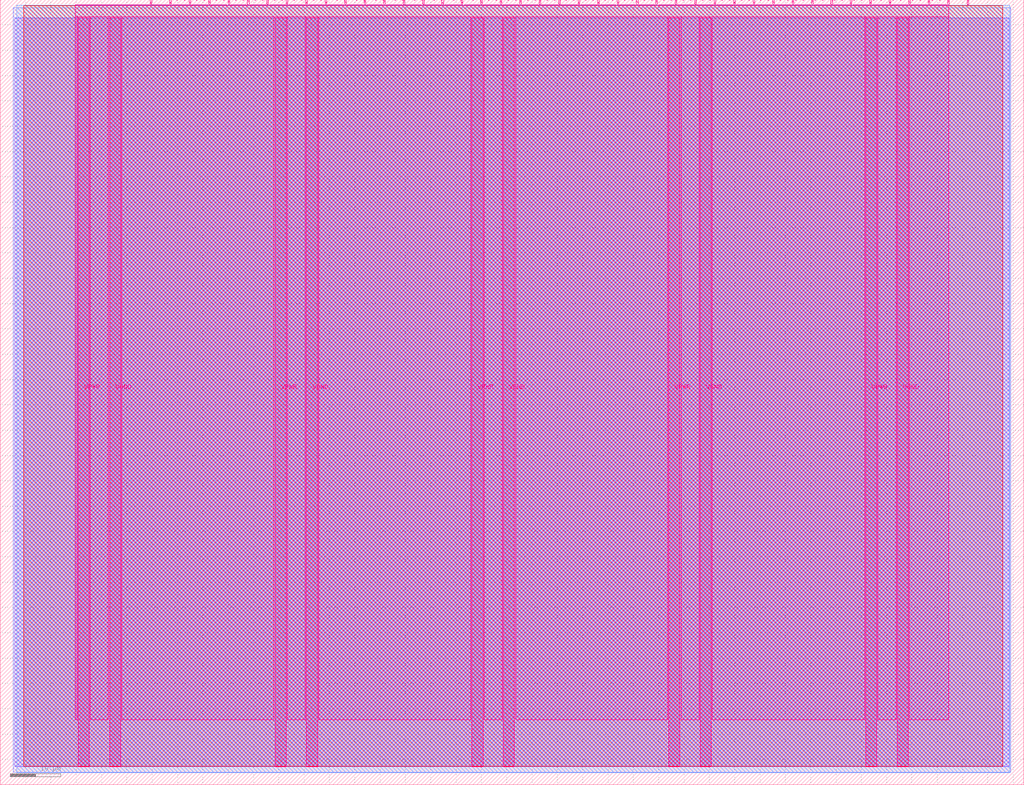
<source format=lef>
VERSION 5.7 ;
  NOWIREEXTENSIONATPIN ON ;
  DIVIDERCHAR "/" ;
  BUSBITCHARS "[]" ;
MACRO tt_um_ece298a_8_bit_cpu_top
  CLASS BLOCK ;
  FOREIGN tt_um_ece298a_8_bit_cpu_top ;
  ORIGIN 0.000 0.000 ;
  SIZE 202.080 BY 154.980 ;
  PIN VGND
    DIRECTION INOUT ;
    USE GROUND ;
    PORT
      LAYER Metal5 ;
        RECT 21.580 3.560 23.780 151.420 ;
    END
    PORT
      LAYER Metal5 ;
        RECT 60.450 3.560 62.650 151.420 ;
    END
    PORT
      LAYER Metal5 ;
        RECT 99.320 3.560 101.520 151.420 ;
    END
    PORT
      LAYER Metal5 ;
        RECT 138.190 3.560 140.390 151.420 ;
    END
    PORT
      LAYER Metal5 ;
        RECT 177.060 3.560 179.260 151.420 ;
    END
  END VGND
  PIN VPWR
    DIRECTION INOUT ;
    USE POWER ;
    PORT
      LAYER Metal5 ;
        RECT 15.380 3.560 17.580 151.420 ;
    END
    PORT
      LAYER Metal5 ;
        RECT 54.250 3.560 56.450 151.420 ;
    END
    PORT
      LAYER Metal5 ;
        RECT 93.120 3.560 95.320 151.420 ;
    END
    PORT
      LAYER Metal5 ;
        RECT 131.990 3.560 134.190 151.420 ;
    END
    PORT
      LAYER Metal5 ;
        RECT 170.860 3.560 173.060 151.420 ;
    END
  END VPWR
  PIN clk
    DIRECTION INPUT ;
    USE SIGNAL ;
    ANTENNAGATEAREA 0.426400 ;
    PORT
      LAYER Metal5 ;
        RECT 187.050 153.980 187.350 154.980 ;
    END
  END clk
  PIN ena
    DIRECTION INPUT ;
    USE SIGNAL ;
    PORT
      LAYER Metal5 ;
        RECT 190.890 153.980 191.190 154.980 ;
    END
  END ena
  PIN rst_n
    DIRECTION INPUT ;
    USE SIGNAL ;
    ANTENNAGATEAREA 0.527800 ;
    PORT
      LAYER Metal5 ;
        RECT 183.210 153.980 183.510 154.980 ;
    END
  END rst_n
  PIN ui_in[0]
    DIRECTION INPUT ;
    USE SIGNAL ;
    ANTENNAGATEAREA 0.180700 ;
    PORT
      LAYER Metal5 ;
        RECT 179.370 153.980 179.670 154.980 ;
    END
  END ui_in[0]
  PIN ui_in[1]
    DIRECTION INPUT ;
    USE SIGNAL ;
    ANTENNAGATEAREA 0.180700 ;
    PORT
      LAYER Metal5 ;
        RECT 175.530 153.980 175.830 154.980 ;
    END
  END ui_in[1]
  PIN ui_in[2]
    DIRECTION INPUT ;
    USE SIGNAL ;
    ANTENNAGATEAREA 0.180700 ;
    PORT
      LAYER Metal5 ;
        RECT 171.690 153.980 171.990 154.980 ;
    END
  END ui_in[2]
  PIN ui_in[3]
    DIRECTION INPUT ;
    USE SIGNAL ;
    ANTENNAGATEAREA 0.180700 ;
    PORT
      LAYER Metal5 ;
        RECT 167.850 153.980 168.150 154.980 ;
    END
  END ui_in[3]
  PIN ui_in[4]
    DIRECTION INPUT ;
    USE SIGNAL ;
    ANTENNAGATEAREA 0.180700 ;
    PORT
      LAYER Metal5 ;
        RECT 164.010 153.980 164.310 154.980 ;
    END
  END ui_in[4]
  PIN ui_in[5]
    DIRECTION INPUT ;
    USE SIGNAL ;
    ANTENNAGATEAREA 0.180700 ;
    PORT
      LAYER Metal5 ;
        RECT 160.170 153.980 160.470 154.980 ;
    END
  END ui_in[5]
  PIN ui_in[6]
    DIRECTION INPUT ;
    USE SIGNAL ;
    ANTENNAGATEAREA 0.180700 ;
    PORT
      LAYER Metal5 ;
        RECT 156.330 153.980 156.630 154.980 ;
    END
  END ui_in[6]
  PIN ui_in[7]
    DIRECTION INPUT ;
    USE SIGNAL ;
    ANTENNAGATEAREA 0.180700 ;
    PORT
      LAYER Metal5 ;
        RECT 152.490 153.980 152.790 154.980 ;
    END
  END ui_in[7]
  PIN uio_in[0]
    DIRECTION INPUT ;
    USE SIGNAL ;
    ANTENNAGATEAREA 0.213200 ;
    PORT
      LAYER Metal5 ;
        RECT 148.650 153.980 148.950 154.980 ;
    END
  END uio_in[0]
  PIN uio_in[1]
    DIRECTION INPUT ;
    USE SIGNAL ;
    PORT
      LAYER Metal5 ;
        RECT 144.810 153.980 145.110 154.980 ;
    END
  END uio_in[1]
  PIN uio_in[2]
    DIRECTION INPUT ;
    USE SIGNAL ;
    PORT
      LAYER Metal5 ;
        RECT 140.970 153.980 141.270 154.980 ;
    END
  END uio_in[2]
  PIN uio_in[3]
    DIRECTION INPUT ;
    USE SIGNAL ;
    PORT
      LAYER Metal5 ;
        RECT 137.130 153.980 137.430 154.980 ;
    END
  END uio_in[3]
  PIN uio_in[4]
    DIRECTION INPUT ;
    USE SIGNAL ;
    PORT
      LAYER Metal5 ;
        RECT 133.290 153.980 133.590 154.980 ;
    END
  END uio_in[4]
  PIN uio_in[5]
    DIRECTION INPUT ;
    USE SIGNAL ;
    PORT
      LAYER Metal5 ;
        RECT 129.450 153.980 129.750 154.980 ;
    END
  END uio_in[5]
  PIN uio_in[6]
    DIRECTION INPUT ;
    USE SIGNAL ;
    PORT
      LAYER Metal5 ;
        RECT 125.610 153.980 125.910 154.980 ;
    END
  END uio_in[6]
  PIN uio_in[7]
    DIRECTION INPUT ;
    USE SIGNAL ;
    PORT
      LAYER Metal5 ;
        RECT 121.770 153.980 122.070 154.980 ;
    END
  END uio_in[7]
  PIN uio_oe[0]
    DIRECTION OUTPUT ;
    USE SIGNAL ;
    ANTENNADIFFAREA 0.299200 ;
    PORT
      LAYER Metal5 ;
        RECT 56.490 153.980 56.790 154.980 ;
    END
  END uio_oe[0]
  PIN uio_oe[1]
    DIRECTION OUTPUT ;
    USE SIGNAL ;
    ANTENNADIFFAREA 0.392700 ;
    PORT
      LAYER Metal5 ;
        RECT 52.650 153.980 52.950 154.980 ;
    END
  END uio_oe[1]
  PIN uio_oe[2]
    DIRECTION OUTPUT ;
    USE SIGNAL ;
    ANTENNADIFFAREA 0.392700 ;
    PORT
      LAYER Metal5 ;
        RECT 48.810 153.980 49.110 154.980 ;
    END
  END uio_oe[2]
  PIN uio_oe[3]
    DIRECTION OUTPUT ;
    USE SIGNAL ;
    ANTENNADIFFAREA 0.392700 ;
    PORT
      LAYER Metal5 ;
        RECT 44.970 153.980 45.270 154.980 ;
    END
  END uio_oe[3]
  PIN uio_oe[4]
    DIRECTION OUTPUT ;
    USE SIGNAL ;
    ANTENNADIFFAREA 0.392700 ;
    PORT
      LAYER Metal5 ;
        RECT 41.130 153.980 41.430 154.980 ;
    END
  END uio_oe[4]
  PIN uio_oe[5]
    DIRECTION OUTPUT ;
    USE SIGNAL ;
    ANTENNADIFFAREA 0.392700 ;
    PORT
      LAYER Metal5 ;
        RECT 37.290 153.980 37.590 154.980 ;
    END
  END uio_oe[5]
  PIN uio_oe[6]
    DIRECTION OUTPUT ;
    USE SIGNAL ;
    ANTENNADIFFAREA 0.299200 ;
    PORT
      LAYER Metal5 ;
        RECT 33.450 153.980 33.750 154.980 ;
    END
  END uio_oe[6]
  PIN uio_oe[7]
    DIRECTION OUTPUT ;
    USE SIGNAL ;
    ANTENNADIFFAREA 0.299200 ;
    PORT
      LAYER Metal5 ;
        RECT 29.610 153.980 29.910 154.980 ;
    END
  END uio_oe[7]
  PIN uio_out[0]
    DIRECTION OUTPUT ;
    USE SIGNAL ;
    ANTENNADIFFAREA 0.299200 ;
    PORT
      LAYER Metal5 ;
        RECT 87.210 153.980 87.510 154.980 ;
    END
  END uio_out[0]
  PIN uio_out[1]
    DIRECTION OUTPUT ;
    USE SIGNAL ;
    ANTENNADIFFAREA 0.654800 ;
    PORT
      LAYER Metal5 ;
        RECT 83.370 153.980 83.670 154.980 ;
    END
  END uio_out[1]
  PIN uio_out[2]
    DIRECTION OUTPUT ;
    USE SIGNAL ;
    ANTENNADIFFAREA 0.654800 ;
    PORT
      LAYER Metal5 ;
        RECT 79.530 153.980 79.830 154.980 ;
    END
  END uio_out[2]
  PIN uio_out[3]
    DIRECTION OUTPUT ;
    USE SIGNAL ;
    ANTENNADIFFAREA 0.654800 ;
    PORT
      LAYER Metal5 ;
        RECT 75.690 153.980 75.990 154.980 ;
    END
  END uio_out[3]
  PIN uio_out[4]
    DIRECTION OUTPUT ;
    USE SIGNAL ;
    ANTENNADIFFAREA 0.654800 ;
    PORT
      LAYER Metal5 ;
        RECT 71.850 153.980 72.150 154.980 ;
    END
  END uio_out[4]
  PIN uio_out[5]
    DIRECTION OUTPUT ;
    USE SIGNAL ;
    ANTENNADIFFAREA 0.654800 ;
    PORT
      LAYER Metal5 ;
        RECT 68.010 153.980 68.310 154.980 ;
    END
  END uio_out[5]
  PIN uio_out[6]
    DIRECTION OUTPUT ;
    USE SIGNAL ;
    ANTENNADIFFAREA 0.299200 ;
    PORT
      LAYER Metal5 ;
        RECT 64.170 153.980 64.470 154.980 ;
    END
  END uio_out[6]
  PIN uio_out[7]
    DIRECTION OUTPUT ;
    USE SIGNAL ;
    ANTENNADIFFAREA 0.299200 ;
    PORT
      LAYER Metal5 ;
        RECT 60.330 153.980 60.630 154.980 ;
    END
  END uio_out[7]
  PIN uo_out[0]
    DIRECTION OUTPUT ;
    USE SIGNAL ;
    ANTENNAGATEAREA 0.109200 ;
    ANTENNADIFFAREA 0.632400 ;
    PORT
      LAYER Metal5 ;
        RECT 117.930 153.980 118.230 154.980 ;
    END
  END uo_out[0]
  PIN uo_out[1]
    DIRECTION OUTPUT ;
    USE SIGNAL ;
    ANTENNAGATEAREA 0.109200 ;
    ANTENNADIFFAREA 0.632400 ;
    PORT
      LAYER Metal5 ;
        RECT 114.090 153.980 114.390 154.980 ;
    END
  END uo_out[1]
  PIN uo_out[2]
    DIRECTION OUTPUT ;
    USE SIGNAL ;
    ANTENNAGATEAREA 0.109200 ;
    ANTENNADIFFAREA 0.632400 ;
    PORT
      LAYER Metal5 ;
        RECT 110.250 153.980 110.550 154.980 ;
    END
  END uo_out[2]
  PIN uo_out[3]
    DIRECTION OUTPUT ;
    USE SIGNAL ;
    ANTENNAGATEAREA 0.109200 ;
    ANTENNADIFFAREA 0.632400 ;
    PORT
      LAYER Metal5 ;
        RECT 106.410 153.980 106.710 154.980 ;
    END
  END uo_out[3]
  PIN uo_out[4]
    DIRECTION OUTPUT ;
    USE SIGNAL ;
    ANTENNAGATEAREA 0.109200 ;
    ANTENNADIFFAREA 0.632400 ;
    PORT
      LAYER Metal5 ;
        RECT 102.570 153.980 102.870 154.980 ;
    END
  END uo_out[4]
  PIN uo_out[5]
    DIRECTION OUTPUT ;
    USE SIGNAL ;
    ANTENNAGATEAREA 0.109200 ;
    ANTENNADIFFAREA 0.632400 ;
    PORT
      LAYER Metal5 ;
        RECT 98.730 153.980 99.030 154.980 ;
    END
  END uo_out[5]
  PIN uo_out[6]
    DIRECTION OUTPUT ;
    USE SIGNAL ;
    ANTENNAGATEAREA 0.109200 ;
    ANTENNADIFFAREA 0.632400 ;
    PORT
      LAYER Metal5 ;
        RECT 94.890 153.980 95.190 154.980 ;
    END
  END uo_out[6]
  PIN uo_out[7]
    DIRECTION OUTPUT ;
    USE SIGNAL ;
    ANTENNAGATEAREA 0.109200 ;
    ANTENNADIFFAREA 0.632400 ;
    PORT
      LAYER Metal5 ;
        RECT 91.050 153.980 91.350 154.980 ;
    END
  END uo_out[7]
  OBS
      LAYER GatPoly ;
        RECT 2.880 3.630 199.200 151.350 ;
      LAYER Metal1 ;
        RECT 2.880 3.560 199.200 151.420 ;
      LAYER Metal2 ;
        RECT 2.605 2.420 199.475 153.400 ;
      LAYER Metal3 ;
        RECT 3.260 2.375 199.300 153.865 ;
      LAYER Metal4 ;
        RECT 4.655 3.680 197.905 153.820 ;
      LAYER Metal5 ;
        RECT 14.780 153.770 29.400 153.980 ;
        RECT 30.120 153.770 33.240 153.980 ;
        RECT 33.960 153.770 37.080 153.980 ;
        RECT 37.800 153.770 40.920 153.980 ;
        RECT 41.640 153.770 44.760 153.980 ;
        RECT 45.480 153.770 48.600 153.980 ;
        RECT 49.320 153.770 52.440 153.980 ;
        RECT 53.160 153.770 56.280 153.980 ;
        RECT 57.000 153.770 60.120 153.980 ;
        RECT 60.840 153.770 63.960 153.980 ;
        RECT 64.680 153.770 67.800 153.980 ;
        RECT 68.520 153.770 71.640 153.980 ;
        RECT 72.360 153.770 75.480 153.980 ;
        RECT 76.200 153.770 79.320 153.980 ;
        RECT 80.040 153.770 83.160 153.980 ;
        RECT 83.880 153.770 87.000 153.980 ;
        RECT 87.720 153.770 90.840 153.980 ;
        RECT 91.560 153.770 94.680 153.980 ;
        RECT 95.400 153.770 98.520 153.980 ;
        RECT 99.240 153.770 102.360 153.980 ;
        RECT 103.080 153.770 106.200 153.980 ;
        RECT 106.920 153.770 110.040 153.980 ;
        RECT 110.760 153.770 113.880 153.980 ;
        RECT 114.600 153.770 117.720 153.980 ;
        RECT 118.440 153.770 121.560 153.980 ;
        RECT 122.280 153.770 125.400 153.980 ;
        RECT 126.120 153.770 129.240 153.980 ;
        RECT 129.960 153.770 133.080 153.980 ;
        RECT 133.800 153.770 136.920 153.980 ;
        RECT 137.640 153.770 140.760 153.980 ;
        RECT 141.480 153.770 144.600 153.980 ;
        RECT 145.320 153.770 148.440 153.980 ;
        RECT 149.160 153.770 152.280 153.980 ;
        RECT 153.000 153.770 156.120 153.980 ;
        RECT 156.840 153.770 159.960 153.980 ;
        RECT 160.680 153.770 163.800 153.980 ;
        RECT 164.520 153.770 167.640 153.980 ;
        RECT 168.360 153.770 171.480 153.980 ;
        RECT 172.200 153.770 175.320 153.980 ;
        RECT 176.040 153.770 179.160 153.980 ;
        RECT 179.880 153.770 183.000 153.980 ;
        RECT 183.720 153.770 186.840 153.980 ;
        RECT 14.780 151.630 187.300 153.770 ;
        RECT 14.780 12.875 15.170 151.630 ;
        RECT 17.790 12.875 21.370 151.630 ;
        RECT 23.990 12.875 54.040 151.630 ;
        RECT 56.660 12.875 60.240 151.630 ;
        RECT 62.860 12.875 92.910 151.630 ;
        RECT 95.530 12.875 99.110 151.630 ;
        RECT 101.730 12.875 131.780 151.630 ;
        RECT 134.400 12.875 137.980 151.630 ;
        RECT 140.600 12.875 170.650 151.630 ;
        RECT 173.270 12.875 176.850 151.630 ;
        RECT 179.470 12.875 187.300 151.630 ;
  END
END tt_um_ece298a_8_bit_cpu_top
END LIBRARY


</source>
